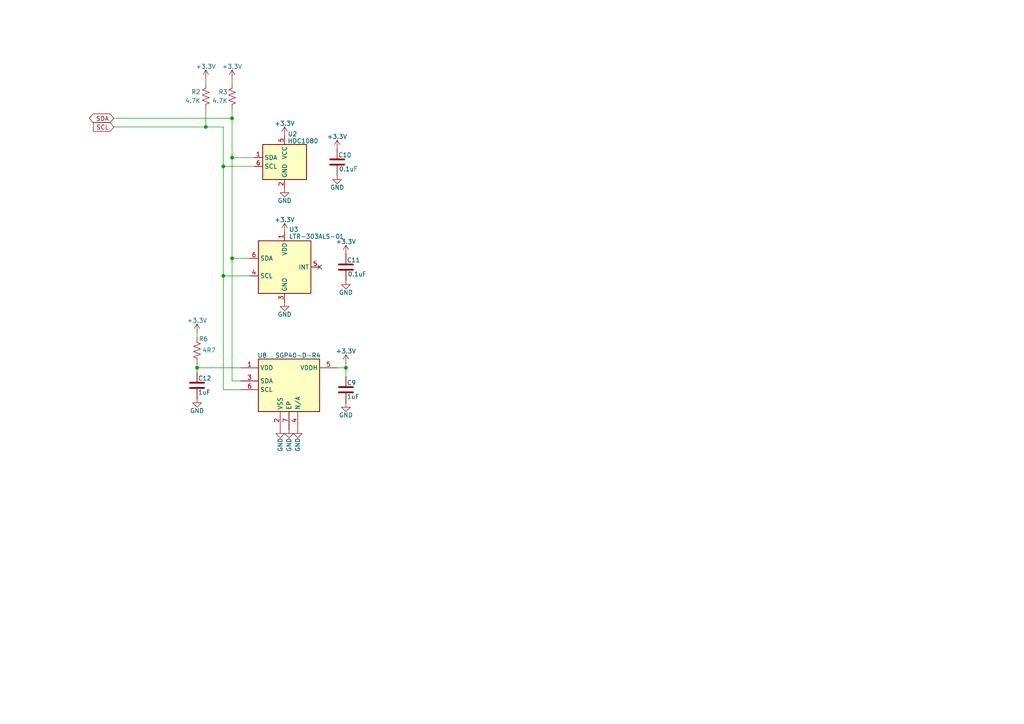
<source format=kicad_sch>
(kicad_sch (version 20250114) (generator "eeschema") (generator_version "9.0")
  (paper "A4")
  (title_block (title "Client") (date "<<release-date>>") (rev "<<tag>>") (comment 1 "<<hash>>"))
  (lib_symbols
    (symbol "CRG Makes:HDC1080"
      (property "Reference" "U" (at -5.08 6.35 0))
      (property "Value" "HDC1080" (at 5.08 6.35 0))
      (symbol "HDC1080_0_1"
        (rectangle (start -6.35 5.08) (end 6.35 -5.08) (stroke (width 0.254)) (fill (type background)))
      )
      (symbol "HDC1080_1_1"
        (pin no_connect line (at -6.35 2.54 0) (length 2.54) (hide yes) (name "DAP") (number "7"))
        (pin no_connect line (at -6.35 0 0) (length 2.54) (hide yes) (name "NC") (number "3"))
        (pin no_connect line (at -6.35 -2.54 0) (length 2.54) (hide yes) (name "NC") (number "4"))
        (pin power_in line (at 0 7.62 270) (length 2.54) (name "VCC") (number "5"))
        (pin power_in line (at 0 -7.62 90) (length 2.54) (name "GND") (number "2"))
        (pin bidirectional line (at 8.89 1.27 180) (length 2.54) (name "SDA") (number "1"))
        (pin input line (at 8.89 -1.27 180) (length 2.54) (name "SCL") (number "6"))
      )
    )
    (symbol "CRG Makes:LTR-303ALS-01"
      (property "Reference" "U" (at -7.62 8.89 0))
      (property "Value" "LTR-303ALS-01" (at 1.27 8.89 0))
      (symbol "LTR-303ALS-01_0_1"
        (rectangle (start -7.62 7.62) (end 7.62 -7.62) (stroke (width 0.254)) (fill (type background)))
      )
      (symbol "LTR-303ALS-01_1_1"
        (pin bidirectional line (at -10.16 2.54 0) (length 2.54) (name "SDA") (number "6"))
        (pin input line (at -10.16 -2.54 0) (length 2.54) (name "SCL") (number "4"))
        (pin power_in line (at 0 10.16 270) (length 2.54) (name "VDD") (number "1"))
        (pin power_in line (at 0 -10.16 90) (length 2.54) (name "GND") (number "3"))
        (pin no_connect line (at 7.62 -2.54 180) (length 2.54) (hide yes) (name "NC") (number "2"))
        (pin open_collector line (at 10.16 0 180) (length 2.54) (name "INT") (number "5"))
      )
    )
    (symbol "CRG Makes:SGP40-D-R4"
      (property "Reference" "U" (at -9.144 9.398 0))
      (property "Value" "SGP40-D-R4" (at -4.064 9.398 0))
      (symbol "SGP40-D-R4_1_1"
        (rectangle (start -8.89 7.62) (end 8.89 -7.62) (stroke (width 0.254)) (fill (type background)))
        (pin passive line (at -13.97 5.08 0) (length 5.08) (name "VDD") (number "1"))
        (pin passive line (at -13.97 1.27 0) (length 5.08) (name "SDA") (number "3"))
        (pin passive line (at -13.97 -1.27 0) (length 5.08) (name "SCL") (number "6"))
        (pin passive line (at -2.54 -12.7 90) (length 5.08) (name "VSS") (number "2"))
        (pin passive line (at 0 -12.7 90) (length 5.08) (name "EP") (number "7"))
        (pin passive line (at 2.54 -12.7 90) (length 5.08) (name "N/A") (number "4"))
        (pin passive line (at 13.97 5.08 180) (length 5.08) (name "VDDH") (number "5"))
      )
    )
    (symbol "Device:C" (pin_numbers (hide yes)) (pin_names (offset 0.254))
      (property "Reference" "C" (at 0.635 2.54 0))
      (property "Value" "C" (at 0.635 -2.54 0))
      (symbol "C_0_1"
        (polyline (pts (xy -2.032 0.762) (xy 2.032 0.762)) (stroke (width 0.508)))
        (polyline (pts (xy -2.032 -0.762) (xy 2.032 -0.762)) (stroke (width 0.508)))
      )
      (symbol "C_1_1"
        (pin passive line (at 0 3.81 270) (length 2.794) (name "~") (number "1"))
        (pin passive line (at 0 -3.81 90) (length 2.794) (name "~") (number "2"))
      )
    )
    (symbol "Device:R_US" (pin_numbers (hide yes)) (pin_names (offset 0))
      (property "Reference" "R" (at 2.54 0 90))
      (property "Value" "R_US" (at -2.54 0 90))
      (symbol "R_US_0_1"
        (polyline (pts (xy 0 2.286) (xy 0 2.54)))
        (polyline (pts (xy 0 2.286) (xy 1.016 1.905) (xy 0 1.524) (xy -1.016 1.143) (xy 0 0.762)))
        (polyline (pts (xy 0 0.762) (xy 1.016 0.381) (xy 0 0) (xy -1.016 -0.381) (xy 0 -0.762)))
        (polyline (pts (xy 0 -0.762) (xy 1.016 -1.143) (xy 0 -1.524) (xy -1.016 -1.905) (xy 0 -2.286)))
        (polyline (pts (xy 0 -2.286) (xy 0 -2.54)))
      )
      (symbol "R_US_1_1"
        (pin passive line (at 0 3.81 270) (length 1.27) (name "~") (number "1"))
        (pin passive line (at 0 -3.81 90) (length 1.27) (name "~") (number "2"))
      )
    )
    (symbol "power:+3.3V" (power) (pin_numbers (hide yes)) (pin_names (offset 0) (hide yes))
      (property "Value" "+3.3V" (at 0 3.556 0))
      (symbol "+3.3V_0_1"
        (polyline (pts (xy -0.762 1.27) (xy 0 2.54)))
        (polyline (pts (xy 0 2.54) (xy 0.762 1.27)))
        (polyline (pts (xy 0 0) (xy 0 2.54)))
      )
      (symbol "+3.3V_1_1"
        (pin power_in line (at 0 0 90) (length 0) (name "~") (number "1"))
      )
    )
    (symbol "power:GND" (power) (pin_numbers (hide yes)) (pin_names (offset 0) (hide yes))
      (property "Value" "GND" (at 0 -3.81 0))
      (symbol "GND_0_1"
        (polyline (pts (xy 0 0) (xy 0 -1.27) (xy 1.27 -1.27) (xy 0 -2.54) (xy -1.27 -1.27) (xy 0 -1.27)))
      )
      (symbol "GND_1_1"
        (pin power_in line (at 0 0 270) (length 0) (name "~") (number "1"))
      )
    )
  )
  (junction (at 67.31 74.93))
  (junction (at 67.31 34.29))
  (junction (at 67.31 45.72))
  (junction (at 57.15 106.68))
  (junction (at 64.77 80.01))
  (junction (at 64.77 48.26))
  (junction (at 100.33 106.68))
  (junction (at 59.69 36.83))
  (no_connect (at 92.71 77.47))
  (wire (pts (xy 64.77 48.26) (xy 73.66 48.26)))
  (wire (pts (xy 69.85 110.49) (xy 67.31 110.49)))
  (wire (pts (xy 64.77 80.01) (xy 72.39 80.01)))
  (wire (pts (xy 64.77 48.26) (xy 64.77 80.01)))
  (wire (pts (xy 57.15 105.41) (xy 57.15 106.68)))
  (wire (pts (xy 67.31 45.72) (xy 73.66 45.72)))
  (wire (pts (xy 67.31 110.49) (xy 67.31 74.93)))
  (wire (pts (xy 64.77 36.83) (xy 64.77 48.26)))
  (wire (pts (xy 59.69 22.86) (xy 59.69 24.13)))
  (wire (pts (xy 59.69 36.83) (xy 64.77 36.83)))
  (wire (pts (xy 57.15 106.68) (xy 57.15 107.95)))
  (wire (pts (xy 67.31 34.29) (xy 67.31 31.75)))
  (wire (pts (xy 57.15 96.52) (xy 57.15 97.79)))
  (wire (pts (xy 33.02 34.29) (xy 67.31 34.29)))
  (wire (pts (xy 100.33 106.68) (xy 100.33 105.41)))
  (wire (pts (xy 97.79 106.68) (xy 100.33 106.68)))
  (wire (pts (xy 33.02 36.83) (xy 59.69 36.83)))
  (wire (pts (xy 69.85 113.03) (xy 64.77 113.03)))
  (wire (pts (xy 59.69 31.75) (xy 59.69 36.83)))
  (wire (pts (xy 64.77 113.03) (xy 64.77 80.01)))
  (wire (pts (xy 67.31 45.72) (xy 67.31 74.93)))
  (wire (pts (xy 57.15 106.68) (xy 69.85 106.68)))
  (wire (pts (xy 67.31 34.29) (xy 67.31 45.72)))
  (wire (pts (xy 67.31 74.93) (xy 72.39 74.93)))
  (wire (pts (xy 67.31 22.86) (xy 67.31 24.13)))
  (wire (pts (xy 100.33 109.22) (xy 100.33 106.68)))
  (global_label "SDA" (shape bidirectional) (at 33.02 34.29 180) (property "Intersheetrefs" "${INTERSHEET_REFS}" (at 25.3554 34.29 0) (effects (justify right))))
  (global_label "SCL" (shape input) (at 33.02 36.83 180) (property "Intersheetrefs" "${INTERSHEET_REFS}" (at 26.5272 36.83 0) (effects (justify right))))
  (symbol (lib_id "power:+3.3V") (at 97.79 43.18 0) (unit 1)
    (property "Reference" "#PWR0100" (effects (hide yes)))
    (property "Value" "+3.3V" (at 97.79 39.624 0))
    (property "Description" "Power symbol creates a global label with name \"+3.3V\"" (effects (hide yes)))
  )
  (symbol (lib_id "power:GND") (at 82.55 54.61 0) (unit 1)
    (property "Reference" "#PWR015" (effects (hide yes)))
    (property "Value" "GND" (at 82.55 58.166 0))
    (property "Description" "Power symbol creates a global label with name \"GND\" , ground" (effects (hide yes)))
  )
  (symbol (lib_id "power:GND") (at 86.36 124.46 0) (unit 1)
    (property "Reference" "#PWR097" (effects (hide yes)))
    (property "Value" "GND" (at 86.36 129.032 90))
    (property "Description" "Power symbol creates a global label with name \"GND\" , ground" (effects (hide yes)))
  )
  (symbol (lib_id "Device:R_US") (at 57.15 101.6 0) (unit 1)
    (property "Reference" "R6" (at 57.658 98.298 0) (effects (justify left)))
    (property "Value" "4R7" (at 58.674 101.6 0) (effects (justify left)))
    (property "Footprint" "CRGM Passive:R_0603_1608Metric" (effects (hide yes)))
    (property "Description" "Thick Film Resistors - SMD 1/10Watt 4.7ohms 5%" (effects (hide yes)))
    (property "MN" "FOJAN" (effects (hide yes)))
    (property "MPN" "FRC0603J4R7 TS" (effects (hide yes)))
    (property "Mouser" "652-CR0603JW-4R7ELF" (effects (hide yes)))
    (property "Digikey" "CR0603-J/-4R7ELFTR-ND" (effects (hide yes)))
    (property "LCSC" "C2907168" (effects (hide yes)))
  )
  (symbol (lib_id "power:GND") (at 82.55 87.63 0) (unit 1)
    (property "Reference" "#PWR017" (effects (hide yes)))
    (property "Value" "GND" (at 82.55 91.186 0))
    (property "Description" "Power symbol creates a global label with name \"GND\" , ground" (effects (hide yes)))
  )
  (symbol (lib_id "CRG Makes:SGP40-D-R4") (at 83.82 111.76 0) (unit 1)
    (property "Reference" "U8" (at 74.676 102.362 0) (effects (justify left top)))
    (property "Value" "SGP40-D-R4" (at 79.756 102.362 0) (effects (justify left top)))
    (property "Footprint" "CRG Makes:SON80P244X244X95-7N" (effects (hide yes)))
    (property "Datasheet" "https://www.mouser.com/datasheet/2/682/Sensirion_Gas_Sensors_Datasheet_SGP40-3398556.pdf" (effects (hide yes)))
    (property "Description" "Air Quality Sensors Gas Sensor" (effects (hide yes)))
    (property "MN" "Sensirion" (effects (hide yes)))
    (property "MPN" "SGP40-D-R4" (effects (hide yes)))
    (property "Digikey" "1649-SGP40-D-R4TR-ND" (effects (hide yes)))
    (property "Mouser" "403-SGP40-D-R4" (effects (hide yes)))
    (property "LCSC" "C2874215" (effects (hide yes)))
  )
  (symbol (lib_id "power:GND") (at 100.33 81.28 0) (unit 1)
    (property "Reference" "#PWR0102" (effects (hide yes)))
    (property "Value" "GND" (at 100.33 84.836 0))
    (property "Description" "Power symbol creates a global label with name \"GND\" , ground" (effects (hide yes)))
  )
  (symbol (lib_id "power:GND") (at 81.28 124.46 0) (unit 1)
    (property "Reference" "#PWR095" (effects (hide yes)))
    (property "Value" "GND" (at 81.28 129.032 90))
    (property "Description" "Power symbol creates a global label with name \"GND\" , ground" (effects (hide yes)))
  )
  (symbol (lib_id "power:+3.3V") (at 82.55 39.37 0) (unit 1)
    (property "Reference" "#PWR014" (effects (hide yes)))
    (property "Value" "+3.3V" (at 82.55 35.814 0))
    (property "Description" "Power symbol creates a global label with name \"+3.3V\"" (effects (hide yes)))
  )
  (symbol (lib_id "Device:C") (at 100.33 113.03 0) (unit 1)
    (property "Reference" "C9" (at 100.584 110.998 0) (effects (justify left)))
    (property "Value" "1uF" (at 100.584 115.062 0) (effects (justify left)))
    (property "Footprint" "CRGM Passive:C_0603_1608Metric" (effects (hide yes)))
    (property "Description" "CAP CER 1uF 16V X5R 0603" (effects (hide yes)))
    (property "WVDC" "16V" (effects (hide yes)))
    (property "Tolerance" "10%" (effects (hide yes)))
    (property "Dielectric" "X5R" (effects (hide yes)))
    (property "MN" "HRE" (effects (hide yes)))
    (property "MPN" "CGA0603X5R105K160JT" (effects (hide yes)))
    (property "Mouser" "187-CL10B105KO8NNNC" (effects (hide yes)))
    (property "Digikey" "1276-1019-2-ND" (effects (hide yes)))
    (property "LCSC" "C6119849" (effects (hide yes)))
  )
  (symbol (lib_id "CRG Makes:HDC1080") (at 82.55 46.99 0) (mirror y) (unit 1)
    (property "Reference" "U2" (at 84.836 38.862 0))
    (property "Value" "HDC1080" (at 87.884 40.894 0))
    (property "Footprint" "CRG Makes:PWSON-N6" (effects (hide yes)))
    (property "Datasheet" "http://www.ti.com/lit/ds/symlink/hdc1080.pdf" (effects (hide yes)))
    (property "Description" "Low Power,High Accuracy Digital Humidity Sensor with Temperature Sensor" (effects (hide yes)))
    (property "Digikey" "296-46272-2-ND" (effects (hide yes)))
    (property "Mouser" "595-HDC1080DMBR" (effects (hide yes)))
    (property "LCSC" "C82227" (effects (hide yes)))
    (property "MPN" "HDC1080" (effects (hide yes)))
  )
  (symbol (lib_id "power:+3.3V") (at 100.33 73.66 0) (unit 1)
    (property "Reference" "#PWR0104" (effects (hide yes)))
    (property "Value" "+3.3V" (at 100.33 70.104 0))
    (property "Description" "Power symbol creates a global label with name \"+3.3V\"" (effects (hide yes)))
  )
  (symbol (lib_id "power:+3.3V") (at 67.31 22.86 0) (mirror y) (unit 1)
    (property "Reference" "#PWR013" (effects (hide yes)))
    (property "Value" "+3.3V" (at 67.31 19.304 0))
    (property "Description" "Power symbol creates a global label with name \"+3.3V\"" (effects (hide yes)))
  )
  (symbol (lib_id "Device:C") (at 97.79 46.99 0) (unit 1)
    (property "Reference" "C10" (at 98.044 44.958 0) (effects (justify left)))
    (property "Value" "0.1uF" (at 98.298 49.022 0) (effects (justify left)))
    (property "Footprint" "CRGM Passive:C_0603_1608Metric" (effects (hide yes)))
    (property "Description" "CAP CER 100nF 16V X5R 0603" (effects (hide yes)))
    (property "MN" "Samsung" (effects (hide yes)))
    (property "MPN" "CL10B104KO8NNNC" (effects (hide yes)))
    (property "Digikey" "1276-1005-2-ND" (effects (hide yes)))
    (property "Mouser" "187-CL10B104KO8NNNC" (effects (hide yes)))
    (property "LCSC" "C66501" (effects (hide yes)))
  )
  (symbol (lib_id "power:+3.3V") (at 57.15 96.52 0) (unit 1)
    (property "Reference" "#PWR099" (effects (hide yes)))
    (property "Value" "+3.3V" (at 57.15 92.964 0))
    (property "Description" "Power symbol creates a global label with name \"+3.3V\"" (effects (hide yes)))
  )
  (symbol (lib_id "power:+3.3V") (at 59.69 22.86 0) (mirror y) (unit 1)
    (property "Reference" "#PWR012" (effects (hide yes)))
    (property "Value" "+3.3V" (at 59.69 19.304 0))
    (property "Description" "Power symbol creates a global label with name \"+3.3V\"" (effects (hide yes)))
  )
  (symbol (lib_id "Device:C") (at 57.15 111.76 0) (unit 1)
    (property "Reference" "C12" (at 57.404 109.728 0) (effects (justify left)))
    (property "Value" "1uF" (at 57.404 113.792 0) (effects (justify left)))
    (property "Footprint" "CRGM Passive:C_0603_1608Metric" (effects (hide yes)))
    (property "Description" "CAP CER 1uF 16V X5R 0603" (effects (hide yes)))
    (property "WVDC" "16V" (effects (hide yes)))
    (property "Tolerance" "10%" (effects (hide yes)))
    (property "Dielectric" "X5R" (effects (hide yes)))
    (property "MN" "HRE" (effects (hide yes)))
    (property "MPN" "CGA0603X5R105K160JT" (effects (hide yes)))
    (property "Mouser" "187-CL10B105KO8NNNC" (effects (hide yes)))
    (property "Digikey" "1276-1019-2-ND" (effects (hide yes)))
    (property "LCSC" "C6119849" (effects (hide yes)))
  )
  (symbol (lib_id "Device:R_US") (at 67.31 27.94 0) (mirror x) (unit 1)
    (property "Reference" "R3" (at 66.04 26.67 0) (effects (justify right)))
    (property "Value" "4.7K" (at 66.04 29.21 0) (effects (justify right)))
    (property "Footprint" "CRGM Passive:R_0603_1608Metric" (effects (hide yes)))
    (property "Description" "Resistor, US symbol" (effects (hide yes)))
    (property "MPN" "FRC0603J472 TS" (effects (hide yes)))
    (property "LCSC" "C2907166" (effects (hide yes)))
    (property "MN" "FOJAN" (effects (hide yes)))
    (property "Digikey" "541-3993-2-ND" (effects (hide yes)))
    (property "Mouser" "71-CRCW06034K70JNEAC" (effects (hide yes)))
  )
  (symbol (lib_id "power:GND") (at 83.82 124.46 0) (unit 1)
    (property "Reference" "#PWR096" (effects (hide yes)))
    (property "Value" "GND" (at 83.82 129.032 90))
    (property "Description" "Power symbol creates a global label with name \"GND\" , ground" (effects (hide yes)))
  )
  (symbol (lib_id "power:GND") (at 57.15 115.57 0) (unit 1)
    (property "Reference" "#PWR0105" (effects (hide yes)))
    (property "Value" "GND" (at 57.15 119.126 0))
    (property "Description" "Power symbol creates a global label with name \"GND\" , ground" (effects (hide yes)))
  )
  (symbol (lib_id "Device:R_US") (at 59.69 27.94 0) (mirror x) (unit 1)
    (property "Reference" "R2" (at 58.166 26.67 0) (effects (justify right)))
    (property "Value" "4.7K" (at 58.166 29.21 0) (effects (justify right)))
    (property "Footprint" "CRGM Passive:R_0603_1608Metric" (effects (hide yes)))
    (property "Description" "Resistor, US symbol" (effects (hide yes)))
    (property "MN" "FOJAN" (effects (hide yes)))
    (property "MPN" "FRC0603J472 TS" (effects (hide yes)))
    (property "Mouser" "71-CRCW06034K70JNEAC" (effects (hide yes)))
    (property "Digikey" "541-3993-2-ND" (effects (hide yes)))
    (property "LCSC" "C2907166" (effects (hide yes)))
  )
  (symbol (lib_id "power:GND") (at 100.33 116.84 0) (unit 1)
    (property "Reference" "#PWR0103" (effects (hide yes)))
    (property "Value" "GND" (at 100.33 120.396 0))
    (property "Description" "Power symbol creates a global label with name \"GND\" , ground" (effects (hide yes)))
  )
  (symbol (lib_id "power:+3.3V") (at 100.33 105.41 0) (unit 1)
    (property "Reference" "#PWR098" (effects (hide yes)))
    (property "Value" "+3.3V" (at 100.33 101.854 0))
    (property "Description" "Power symbol creates a global label with name \"+3.3V\"" (effects (hide yes)))
  )
  (symbol (lib_id "power:GND") (at 97.79 50.8 0) (unit 1)
    (property "Reference" "#PWR0101" (effects (hide yes)))
    (property "Value" "GND" (at 97.79 54.356 0))
    (property "Description" "Power symbol creates a global label with name \"GND\" , ground" (effects (hide yes)))
  )
  (symbol (lib_id "CRG Makes:LTR-303ALS-01") (at 82.55 77.47 0) (unit 1)
    (property "Reference" "U3" (at 83.82 66.548 0) (effects (justify left)))
    (property "Value" "LTR-303ALS-01" (at 83.82 68.58 0) (effects (justify left)))
    (property "Footprint" "CRG Makes:LTR-303ALS-01" (effects (hide yes)))
    (property "Datasheet" "https://optoelectronics.liteon.com/upload/download/DS86-2013-0004/LTR-303ALS-01_DS_V1.pdf" (effects (hide yes)))
    (property "Description" "ambient light sensor, i2c interface, 0.01 to 64k lux, 2.4-3.6V" (effects (hide yes)))
    (property "Digikey" "160-2161-2-ND" (effects (hide yes)))
    (property "Mouser" "859-LTR-303ALS-01" (effects (hide yes)))
    (property "LCSC" "C364577" (effects (hide yes)))
    (property "MPN" "LTR-303ALS-01" (effects (hide yes)))
  )
  (symbol (lib_id "Device:C") (at 100.33 77.47 0) (unit 1)
    (property "Reference" "C11" (at 100.584 75.438 0) (effects (justify left)))
    (property "Value" "0.1uF" (at 100.838 79.502 0) (effects (justify left)))
    (property "Footprint" "CRGM Passive:C_0603_1608Metric" (effects (hide yes)))
    (property "Description" "CAP CER 100nF 16V X5R 0603" (effects (hide yes)))
    (property "MN" "Samsung" (effects (hide yes)))
    (property "MPN" "CL10B104KO8NNNC" (effects (hide yes)))
    (property "Digikey" "1276-1005-2-ND" (effects (hide yes)))
    (property "Mouser" "187-CL10B104KO8NNNC" (effects (hide yes)))
    (property "LCSC" "C66501" (effects (hide yes)))
  )
  (symbol (lib_id "power:+3.3V") (at 82.55 67.31 0) (unit 1)
    (property "Reference" "#PWR016" (effects (hide yes)))
    (property "Value" "+3.3V" (at 82.55 63.754 0))
    (property "Description" "Power symbol creates a global label with name \"+3.3V\"" (effects (hide yes)))
  )
)
</source>
